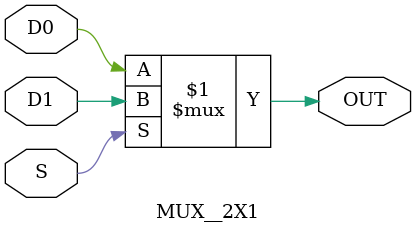
<source format=v>
module MUX__2X1(D0,D1,S,OUT);
    input D0,D1;
    input S;
    output OUT;
    assign OUT=(S)? D1 : D0;
endmodule

</source>
